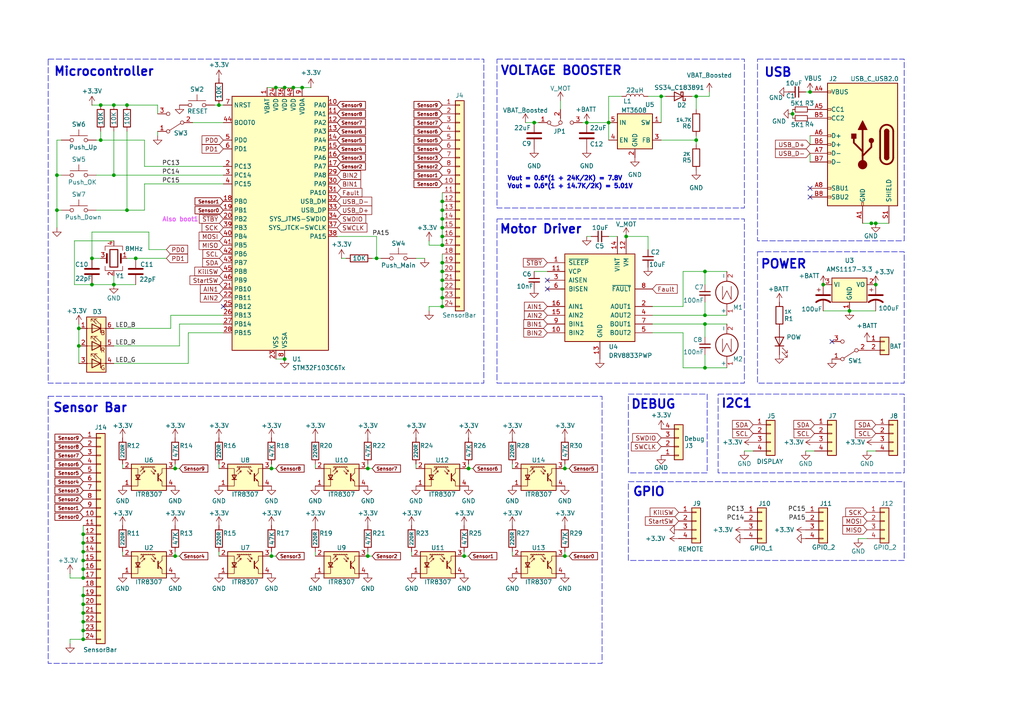
<source format=kicad_sch>
(kicad_sch (version 20231120) (generator "eeschema") (generator_version "8.0")
  (paper "A4")
  (junction (at 128.27 88.9))
  (junction (at 33.02 30.48))
  (junction (at 204.47 93.98))
  (junction (at 109.22 74.93))
  (junction (at 191.77 27.94))
  (junction (at 50.8 161.29))
  (junction (at 163.83 161.29))
  (junction (at 204.47 78.74))
  (junction (at 82.55 104.14))
  (junction (at 22.86 100.33))
  (junction (at 16.51 60.96))
  (junction (at 154.94 35.56))
  (junction (at 170.18 35.56))
  (junction (at 24.13 167.64))
  (junction (at 128.27 83.82))
  (junction (at 24.13 175.26))
  (junction (at 234.95 26.67))
  (junction (at 128.27 66.04))
  (junction (at 128.27 63.5))
  (junction (at 128.27 86.36))
  (junction (at 24.13 162.56))
  (junction (at 24.13 157.48))
  (junction (at 204.47 106.68))
  (junction (at 128.27 71.12))
  (junction (at 128.27 60.96))
  (junction (at 87.63 25.4))
  (junction (at 201.93 40.64))
  (junction (at 16.51 50.8))
  (junction (at 128.27 78.74))
  (junction (at 201.93 27.94))
  (junction (at 24.13 160.02))
  (junction (at 24.13 165.1))
  (junction (at 39.37 74.93))
  (junction (at 135.89 135.89))
  (junction (at 176.53 35.56))
  (junction (at 229.87 33.02))
  (junction (at 163.83 135.89))
  (junction (at 24.13 180.34))
  (junction (at 26.67 82.55))
  (junction (at 106.68 135.89))
  (junction (at 33.02 50.8))
  (junction (at 254 82.55))
  (junction (at 24.13 177.8))
  (junction (at 26.67 74.93))
  (junction (at 24.13 185.42))
  (junction (at 134.62 161.29))
  (junction (at 181.61 68.58))
  (junction (at 29.21 40.64))
  (junction (at 78.74 161.29))
  (junction (at 82.55 25.4))
  (junction (at 85.09 25.4))
  (junction (at 254 64.77))
  (junction (at 252.73 64.77))
  (junction (at 36.83 60.96))
  (junction (at 22.86 95.25))
  (junction (at 128.27 81.28))
  (junction (at 128.27 76.2))
  (junction (at 36.83 30.48))
  (junction (at 246.38 90.17))
  (junction (at 80.01 25.4))
  (junction (at 78.74 135.89))
  (junction (at 106.68 161.29))
  (junction (at 50.8 135.89))
  (junction (at 204.47 91.44))
  (junction (at 128.27 68.58))
  (junction (at 128.27 58.42))
  (junction (at 238.76 82.55))
  (junction (at 24.13 154.94))
  (junction (at 33.02 82.55))
  (junction (at 29.21 30.48))
  (junction (at 24.13 182.88))
  (junction (at 63.5 30.48))
  (junction (at 24.13 172.72))
  (no_connect (at 234.95 57.15))
  (no_connect (at 64.77 88.9))
  (no_connect (at 158.75 83.82))
  (no_connect (at 234.95 54.61))
  (no_connect (at 158.75 81.28))
  (no_connect (at 241.3 99.06))
  (wire (pts (xy 128.27 58.42) (xy 128.27 60.96)))
  (wire (pts (xy 109.22 74.93) (xy 110.49 74.93)))
  (wire (pts (xy 99.06 74.93) (xy 100.33 74.93)))
  (wire (pts (xy 248.92 156.21) (xy 251.46 156.21)))
  (wire (pts (xy 50.8 135.89) (xy 52.07 135.89)))
  (wire (pts (xy 24.13 170.18) (xy 24.13 172.72)))
  (wire (pts (xy 39.37 74.93) (xy 36.83 74.93)))
  (wire (pts (xy 128.27 83.82) (xy 128.27 86.36)))
  (wire (pts (xy 128.27 86.36) (xy 128.27 88.9)))
  (wire (pts (xy 16.51 60.96) (xy 16.51 66.04)))
  (wire (pts (xy 24.13 165.1) (xy 24.13 167.64)))
  (wire (pts (xy 80.01 104.14) (xy 82.55 104.14)))
  (wire (pts (xy 49.53 95.25) (xy 49.53 91.44)))
  (wire (pts (xy 124.46 88.9) (xy 124.46 90.17)))
  (wire (pts (xy 128.27 66.04) (xy 128.27 68.58)))
  (wire (pts (xy 55.88 35.56) (xy 64.77 35.56)))
  (wire (pts (xy 26.67 30.48) (xy 29.21 30.48)))
  (wire (pts (xy 128.27 78.74) (xy 128.27 81.28)))
  (wire (pts (xy 16.51 50.8) (xy 16.51 60.96)))
  (wire (pts (xy 109.22 68.58) (xy 109.22 74.93)))
  (wire (pts (xy 163.83 134.62) (xy 163.83 135.89)))
  (wire (pts (xy 180.34 27.94) (xy 176.53 27.94)))
  (wire (pts (xy 106.68 135.89) (xy 107.95 135.89)))
  (wire (pts (xy 39.37 74.93) (xy 48.26 74.93)))
  (wire (pts (xy 119.38 160.02) (xy 119.38 161.29)))
  (wire (pts (xy 27.94 50.8) (xy 33.02 50.8)))
  (wire (pts (xy 49.53 91.44) (xy 64.77 91.44)))
  (wire (pts (xy 234.95 41.91) (xy 234.95 39.37)))
  (wire (pts (xy 152.4 35.56) (xy 154.94 35.56)))
  (wire (pts (xy 78.74 161.29) (xy 80.01 161.29)))
  (wire (pts (xy 78.74 160.02) (xy 78.74 161.29)))
  (wire (pts (xy 24.13 175.26) (xy 24.13 177.8)))
  (wire (pts (xy 26.67 82.55) (xy 33.02 82.55)))
  (wire (pts (xy 27.94 60.96) (xy 36.83 60.96)))
  (wire (pts (xy 20.32 167.64) (xy 20.32 166.37)))
  (wire (pts (xy 20.32 167.64) (xy 24.13 167.64)))
  (wire (pts (xy 124.46 71.12) (xy 128.27 71.12)))
  (wire (pts (xy 163.83 161.29) (xy 165.1 161.29)))
  (wire (pts (xy 120.65 134.62) (xy 120.65 135.89)))
  (wire (pts (xy 21.59 82.55) (xy 26.67 82.55)))
  (wire (pts (xy 176.53 35.56) (xy 176.53 40.64)))
  (wire (pts (xy 234.95 26.67) (xy 233.68 26.67)))
  (wire (pts (xy 91.44 160.02) (xy 91.44 161.29)))
  (wire (pts (xy 82.55 25.4) (xy 85.09 25.4)))
  (wire (pts (xy 204.47 102.87) (xy 204.47 106.68)))
  (wire (pts (xy 198.12 96.52) (xy 198.12 106.68)))
  (wire (pts (xy 33.02 38.1) (xy 33.02 50.8)))
  (wire (pts (xy 24.13 180.34) (xy 24.13 182.88)))
  (wire (pts (xy 189.23 93.98) (xy 204.47 93.98)))
  (wire (pts (xy 33.02 50.8) (xy 64.77 50.8)))
  (wire (pts (xy 29.21 38.1) (xy 29.21 40.64)))
  (wire (pts (xy 29.21 30.48) (xy 33.02 30.48)))
  (wire (pts (xy 78.74 135.89) (xy 80.01 135.89)))
  (wire (pts (xy 35.56 134.62) (xy 35.56 135.89)))
  (wire (pts (xy 48.26 72.39) (xy 43.18 72.39)))
  (wire (pts (xy 198.12 78.74) (xy 198.12 88.9)))
  (wire (pts (xy 187.96 68.58) (xy 181.61 68.58)))
  (wire (pts (xy 246.38 90.17) (xy 254 90.17)))
  (wire (pts (xy 80.01 25.4) (xy 82.55 25.4)))
  (wire (pts (xy 41.91 40.64) (xy 41.91 48.26)))
  (wire (pts (xy 24.13 172.72) (xy 24.13 175.26)))
  (wire (pts (xy 33.02 95.25) (xy 49.53 95.25)))
  (wire (pts (xy 201.93 27.94) (xy 200.66 27.94)))
  (wire (pts (xy 201.93 27.94) (xy 205.74 27.94)))
  (wire (pts (xy 135.89 135.89) (xy 137.16 135.89)))
  (wire (pts (xy 63.5 30.48) (xy 64.77 30.48)))
  (wire (pts (xy 24.13 157.48) (xy 24.13 160.02)))
  (wire (pts (xy 204.47 87.63) (xy 204.47 91.44)))
  (wire (pts (xy 52.07 100.33) (xy 52.07 93.98)))
  (wire (pts (xy 45.72 30.48) (xy 45.72 33.02)))
  (wire (pts (xy 251.46 130.81) (xy 254 130.81)))
  (wire (pts (xy 54.61 105.41) (xy 54.61 96.52)))
  (wire (pts (xy 97.79 68.58) (xy 109.22 68.58)))
  (wire (pts (xy 78.74 134.62) (xy 78.74 135.89)))
  (wire (pts (xy 210.82 93.98) (xy 204.47 93.98)))
  (wire (pts (xy 41.91 53.34) (xy 64.77 53.34)))
  (wire (pts (xy 162.56 29.21) (xy 162.56 31.75)))
  (wire (pts (xy 233.68 130.81) (xy 236.22 130.81)))
  (wire (pts (xy 91.44 134.62) (xy 91.44 135.89)))
  (wire (pts (xy 204.47 93.98) (xy 204.47 97.79)))
  (wire (pts (xy 33.02 30.48) (xy 36.83 30.48)))
  (wire (pts (xy 201.93 41.91) (xy 201.93 40.64)))
  (wire (pts (xy 205.74 27.94) (xy 205.74 26.67)))
  (wire (pts (xy 33.02 100.33) (xy 52.07 100.33)))
  (wire (pts (xy 24.13 160.02) (xy 24.13 162.56)))
  (wire (pts (xy 191.77 40.64) (xy 201.93 40.64)))
  (wire (pts (xy 50.8 161.29) (xy 52.07 161.29)))
  (wire (pts (xy 170.18 68.58) (xy 171.45 68.58)))
  (wire (pts (xy 204.47 78.74) (xy 204.47 82.55)))
  (wire (pts (xy 62.23 30.48) (xy 63.5 30.48)))
  (wire (pts (xy 43.18 72.39) (xy 43.18 67.31)))
  (wire (pts (xy 128.27 68.58) (xy 128.27 71.12)))
  (wire (pts (xy 24.13 177.8) (xy 24.13 180.34)))
  (wire (pts (xy 26.67 74.93) (xy 26.67 67.31)))
  (wire (pts (xy 198.12 106.68) (xy 204.47 106.68)))
  (wire (pts (xy 29.21 40.64) (xy 41.91 40.64)))
  (wire (pts (xy 128.27 73.66) (xy 128.27 76.2)))
  (wire (pts (xy 77.47 25.4) (xy 80.01 25.4)))
  (wire (pts (xy 189.23 91.44) (xy 204.47 91.44)))
  (wire (pts (xy 128.27 76.2) (xy 128.27 78.74)))
  (wire (pts (xy 154.94 35.56) (xy 156.21 35.56)))
  (wire (pts (xy 22.86 100.33) (xy 22.86 105.41)))
  (wire (pts (xy 16.51 50.8) (xy 17.78 50.8)))
  (wire (pts (xy 26.67 67.31) (xy 43.18 67.31)))
  (wire (pts (xy 128.27 63.5) (xy 128.27 66.04)))
  (wire (pts (xy 154.94 78.74) (xy 158.75 78.74)))
  (wire (pts (xy 176.53 27.94) (xy 176.53 35.56)))
  (wire (pts (xy 26.67 74.93) (xy 29.21 74.93)))
  (wire (pts (xy 135.89 134.62) (xy 135.89 135.89)))
  (wire (pts (xy 50.8 160.02) (xy 50.8 161.29)))
  (wire (pts (xy 170.18 35.56) (xy 176.53 35.56)))
  (wire (pts (xy 189.23 96.52) (xy 198.12 96.52)))
  (wire (pts (xy 20.32 185.42) (xy 24.13 185.42)))
  (wire (pts (xy 35.56 160.02) (xy 35.56 161.29)))
  (wire (pts (xy 90.17 25.4) (xy 87.63 25.4)))
  (wire (pts (xy 106.68 160.02) (xy 106.68 161.29)))
  (wire (pts (xy 16.51 40.64) (xy 17.78 40.64)))
  (wire (pts (xy 24.13 154.94) (xy 24.13 157.48)))
  (wire (pts (xy 20.32 185.42) (xy 20.32 186.69)))
  (wire (pts (xy 41.91 48.26) (xy 64.77 48.26)))
  (wire (pts (xy 198.12 88.9) (xy 189.23 88.9)))
  (wire (pts (xy 36.83 30.48) (xy 45.72 30.48)))
  (wire (pts (xy 85.09 25.4) (xy 87.63 25.4)))
  (wire (pts (xy 128.27 81.28) (xy 128.27 83.82)))
  (wire (pts (xy 229.87 33.02) (xy 229.87 31.75)))
  (wire (pts (xy 229.87 33.02) (xy 229.87 34.29)))
  (wire (pts (xy 134.62 160.02) (xy 134.62 161.29)))
  (wire (pts (xy 124.46 88.9) (xy 128.27 88.9)))
  (wire (pts (xy 148.59 160.02) (xy 148.59 161.29)))
  (wire (pts (xy 33.02 69.85) (xy 21.59 69.85)))
  (wire (pts (xy 215.9 130.81) (xy 218.44 130.81)))
  (wire (pts (xy 63.5 160.02) (xy 63.5 161.29)))
  (wire (pts (xy 128.27 60.96) (xy 128.27 63.5)))
  (wire (pts (xy 191.77 27.94) (xy 187.96 27.94)))
  (wire (pts (xy 36.83 38.1) (xy 36.83 60.96)))
  (wire (pts (xy 52.07 93.98) (xy 64.77 93.98)))
  (wire (pts (xy 106.68 134.62) (xy 106.68 135.89)))
  (wire (pts (xy 33.02 82.55) (xy 33.02 80.01)))
  (wire (pts (xy 128.27 55.88) (xy 128.27 58.42)))
  (wire (pts (xy 21.59 69.85) (xy 21.59 82.55)))
  (wire (pts (xy 16.51 40.64) (xy 16.51 50.8)))
  (wire (pts (xy 22.86 93.98) (xy 22.86 95.25)))
  (wire (pts (xy 204.47 78.74) (xy 210.82 78.74)))
  (wire (pts (xy 134.62 161.29) (xy 135.89 161.29)))
  (wire (pts (xy 63.5 134.62) (xy 63.5 135.89)))
  (wire (pts (xy 41.91 60.96) (xy 41.91 53.34)))
  (wire (pts (xy 238.76 90.17) (xy 246.38 90.17)))
  (wire (pts (xy 187.96 72.39) (xy 187.96 68.58)))
  (wire (pts (xy 191.77 27.94) (xy 191.77 35.56)))
  (wire (pts (xy 124.46 71.12) (xy 124.46 69.85)))
  (wire (pts (xy 191.77 27.94) (xy 193.04 27.94)))
  (wire (pts (xy 198.12 78.74) (xy 204.47 78.74)))
  (wire (pts (xy 24.13 182.88) (xy 24.13 185.42)))
  (wire (pts (xy 109.22 74.93) (xy 107.95 74.93)))
  (wire (pts (xy 16.51 60.96) (xy 17.78 60.96)))
  (wire (pts (xy 252.73 64.77) (xy 254 64.77)))
  (wire (pts (xy 250.19 64.77) (xy 252.73 64.77)))
  (wire (pts (xy 201.93 40.64) (xy 201.93 39.37)))
  (wire (pts (xy 234.95 46.99) (xy 234.95 44.45)))
  (wire (pts (xy 254 64.77) (xy 257.81 64.77)))
  (wire (pts (xy 106.68 161.29) (xy 107.95 161.29)))
  (wire (pts (xy 163.83 160.02) (xy 163.83 161.29)))
  (wire (pts (xy 27.94 40.64) (xy 29.21 40.64)))
  (wire (pts (xy 24.13 152.4) (xy 24.13 154.94)))
  (wire (pts (xy 22.86 95.25) (xy 22.86 100.33)))
  (wire (pts (xy 123.19 74.93) (xy 120.65 74.93)))
  (wire (pts (xy 163.83 135.89) (xy 165.1 135.89)))
  (wire (pts (xy 36.83 60.96) (xy 41.91 60.96)))
  (wire (pts (xy 204.47 91.44) (xy 210.82 91.44)))
  (wire (pts (xy 33.02 82.55) (xy 39.37 82.55)))
  (wire (pts (xy 33.02 105.41) (xy 54.61 105.41)))
  (wire (pts (xy 54.61 96.52) (xy 64.77 96.52)))
  (wire (pts (xy 24.13 162.56) (xy 24.13 165.1)))
  (wire (pts (xy 170.18 35.56) (xy 168.91 35.56)))
  (wire (pts (xy 50.8 134.62) (xy 50.8 135.89)))
  (wire (pts (xy 204.47 106.68) (xy 210.82 106.68)))
  (wire (pts (xy 176.53 68.58) (xy 179.07 68.58)))
  (wire (pts (xy 148.59 134.62) (xy 148.59 135.89)))
  (wire (pts (xy 45.72 39.37) (xy 45.72 38.1)))
  (wire (pts (xy 201.93 31.75) (xy 201.93 27.94)))
  (rectangle (start 182.245 139.7) (end 262.255 162.56) (stroke (width 0) (type dash)))
  (rectangle (start 208.28 114.3) (end 262.255 137.16) (stroke (width 0) (type dash)))
  (rectangle (start 219.71 73.025) (end 262.255 111.125) (stroke (width 0) (type dash)))
  (rectangle (start 144.145 63.5) (end 215.9 111.125) (stroke (width 0) (type dash)))
  (rectangle (start 13.97 114.935) (end 174.625 192.405) (stroke (width 0) (type dash)))
  (rectangle (start 13.97 17.145) (end 140.335 111.125) (stroke (width 0) (type dash)))
  (rectangle (start 144.145 17.145) (end 215.9 60.325) (stroke (width 0) (type dash)))
  (rectangle (start 219.71 17.145) (end 262.255 69.85) (stroke (width 0) (type dash)))
  (rectangle (start 182.245 114.3) (end 205.105 137.16) (stroke (width 0) (type dash)))
  (text "Motor Driver" (at 144.78 68.072 0) (effects (font (size 2.54 2.54) (bold yes)) (justify left bottom)))
  (text "Also boot1" (at 46.99 64.516 0) (effects (font (size 1.27 1.27) (bold yes)) (justify left bottom)))
  (text "Vout = 0.6*(1 + 24K/2K) = 7.8V" (at 147.066 52.578 0) (effects (font (size 1.27 1.27) (thickness 0.4) (bold yes)) (justify left bottom)))
  (text "POWER\n" (at 220.472 78.232 0) (effects (font (size 2.54 2.54) (bold yes)) (justify left bottom)))
  (text "Sensor Bar\n" (at 15.24 119.888 0) (effects (font (size 2.54 2.54) (bold yes)) (justify left bottom)))
  (text "Microcontroller\n" (at 15.494 22.352 0) (effects (font (size 2.54 2.54) (bold yes)) (justify left bottom)))
  (text "I2C1" (at 209.042 118.618 0) (effects (font (size 2.54 2.54) (bold yes)) (justify left bottom)))
  (text "USB\n" (at 221.488 22.606 0) (effects (font (size 2.54 2.54) (bold yes)) (justify left bottom)))
  (text "VOLTAGE BOOSTER\n" (at 145.034 22.098 0) (effects (font (size 2.54 2.54) (bold yes)) (justify left bottom)))
  (text "GPIO\n\n" (at 183.388 148.336 0) (effects (font (size 2.54 2.54) (bold yes)) (justify left bottom)))
  (text "Vout = 0.6*(1 + 14.7K/2K) = 5.01V" (at 147.066 54.864 0) (effects (font (size 1.27 1.27) (thickness 0.4) (bold yes)) (justify left bottom)))
  (text "DEBUG\n" (at 182.88 118.872 0) (effects (font (size 2.54 2.54) (bold yes)) (justify left bottom)))
  (label "LED_R" (at 39.37 100.33 180))
  (label "PC15" (at 46.99 53.34 0))
  (label "LED_G" (at 39.37 105.41 180))
  (label "PC13" (at 215.9 148.59 180))
  (label "PC14" (at 46.99 50.8 0))
  (label "LED_B" (at 39.37 95.25 180))
  (label "PA15" (at 107.95 68.58 0))
  (label "PC15" (at 233.68 148.59 180))
  (label "PC14" (at 215.9 151.13 180))
  (label "PC13" (at 46.99 48.26 0))
  (label "PA15" (at 233.68 151.13 180))
  (global_label "Sensor0" (shape input) (at 165.1 161.29 0) (effects (font (size 1 1) (thickness 0.2) (bold yes))) (property "Intersheetrefs" "${INTERSHEET_REFS}" (effects (hide yes))))
  (global_label "KillSW" (shape input) (at 64.77 78.74 180) (property "Intersheetrefs" "${INTERSHEET_REFS}" (effects (hide yes))))
  (global_label "AIN1" (shape input) (at 158.75 88.9 180) (property "Intersheetrefs" "${INTERSHEET_REFS}" (effects (hide yes))))
  (global_label "BIN1" (shape input) (at 158.75 93.98 180) (property "Intersheetrefs" "${INTERSHEET_REFS}" (effects (hide yes))))
  (global_label "SDA" (shape input) (at 254 123.19 180) (property "Intersheetrefs" "${INTERSHEET_REFS}" (effects (hide yes))))
  (global_label "SWCLK" (shape input) (at 191.77 129.54 180) (property "Intersheetrefs" "${INTERSHEET_REFS}" (effects (hide yes))))
  (global_label "PD1" (shape input) (at 64.77 43.18 180) (property "Intersheetrefs" "${INTERSHEET_REFS}" (effects (hide yes))))
  (global_label "Sensor8" (shape input) (at 24.13 129.54 180) (effects (font (size 1 1) (thickness 0.2) (bold yes))) (property "Intersheetrefs" "${INTERSHEET_REFS}" (effects (hide yes))))
  (global_label "Sensor6" (shape input) (at 128.27 38.1 180) (effects (font (size 1 1) (thickness 0.2) (bold yes))) (property "Intersheetrefs" "${INTERSHEET_REFS}" (effects (hide yes))))
  (global_label "USB_D+" (shape input) (at 97.79 60.96 0) (property "Intersheetrefs" "${INTERSHEET_REFS}" (effects (hide yes))))
  (global_label "SCL" (shape input) (at 254 125.73 180) (property "Intersheetrefs" "${INTERSHEET_REFS}" (effects (hide yes))))
  (global_label "Sensor3" (shape input) (at 97.79 45.72 0) (effects (font (size 1 1) (thickness 0.2) (bold yes))) (property "Intersheetrefs" "${INTERSHEET_REFS}" (effects (hide yes))))
  (global_label "Sensor6" (shape input) (at 97.79 38.1 0) (effects (font (size 1 1) (thickness 0.2) (bold yes))) (property "Intersheetrefs" "${INTERSHEET_REFS}" (effects (hide yes))))
  (global_label "Sensor5" (shape input) (at 24.13 137.16 180) (effects (font (size 1 1) (thickness 0.2) (bold yes))) (property "Intersheetrefs" "${INTERSHEET_REFS}" (effects (hide yes))))
  (global_label "Sensor0" (shape input) (at 24.13 149.86 180) (effects (font (size 1 1) (thickness 0.2) (bold yes))) (property "Intersheetrefs" "${INTERSHEET_REFS}" (effects (hide yes))))
  (global_label "~{STBY}" (shape input) (at 64.77 63.5 180) (property "Intersheetrefs" "${INTERSHEET_REFS}" (effects (hide yes))))
  (global_label "Sensor3" (shape input) (at 128.27 45.72 180) (effects (font (size 1 1) (thickness 0.2) (bold yes))) (property "Intersheetrefs" "${INTERSHEET_REFS}" (effects (hide yes))))
  (global_label "Fault" (shape input) (at 189.23 83.82 0) (property "Intersheetrefs" "${INTERSHEET_REFS}" (effects (hide yes))))
  (global_label "SDA" (shape input) (at 64.77 76.2 180) (property "Intersheetrefs" "${INTERSHEET_REFS}" (effects (hide yes))))
  (global_label "Sensor7" (shape input) (at 97.79 35.56 0) (effects (font (size 1 1) (thickness 0.2) (bold yes))) (property "Intersheetrefs" "${INTERSHEET_REFS}" (effects (hide yes))))
  (global_label "KillSW" (shape input) (at 196.85 148.59 180) (property "Intersheetrefs" "${INTERSHEET_REFS}" (effects (hide yes))))
  (global_label "Sensor1" (shape input) (at 24.13 147.32 180) (effects (font (size 1 1) (thickness 0.2) (bold yes))) (property "Intersheetrefs" "${INTERSHEET_REFS}" (effects (hide yes))))
  (global_label "Sensor3" (shape input) (at 80.01 161.29 0) (effects (font (size 1 1) (thickness 0.2) (bold yes))) (property "Intersheetrefs" "${INTERSHEET_REFS}" (effects (hide yes))))
  (global_label "BIN1" (shape input) (at 97.79 53.34 0) (property "Intersheetrefs" "${INTERSHEET_REFS}" (effects (hide yes))))
  (global_label "Sensor4" (shape input) (at 24.13 139.7 180) (effects (font (size 1 1) (thickness 0.2) (bold yes))) (property "Intersheetrefs" "${INTERSHEET_REFS}" (effects (hide yes))))
  (global_label "MISO" (shape input) (at 251.46 153.67 180) (property "Intersheetrefs" "${INTERSHEET_REFS}" (effects (hide yes))))
  (global_label "SWDIO" (shape input) (at 97.79 63.5 0) (property "Intersheetrefs" "${INTERSHEET_REFS}" (effects (hide yes))))
  (global_label "Sensor6" (shape input) (at 24.13 134.62 180) (effects (font (size 1 1) (thickness 0.2) (bold yes))) (property "Intersheetrefs" "${INTERSHEET_REFS}" (effects (hide yes))))
  (global_label "Sensor4" (shape input) (at 52.07 161.29 0) (effects (font (size 1 1) (thickness 0.2) (bold yes))) (property "Intersheetrefs" "${INTERSHEET_REFS}" (effects (hide yes))))
  (global_label "USB_D-" (shape input) (at 97.79 58.42 0) (property "Intersheetrefs" "${INTERSHEET_REFS}" (effects (hide yes))))
  (global_label "AIN2" (shape input) (at 158.75 91.44 180) (property "Intersheetrefs" "${INTERSHEET_REFS}" (effects (hide yes))))
  (global_label "PD0" (shape input) (at 64.77 40.64 180) (property "Intersheetrefs" "${INTERSHEET_REFS}" (effects (hide yes))))
  (global_label "SDA" (shape input) (at 218.44 123.19 180) (property "Intersheetrefs" "${INTERSHEET_REFS}" (effects (hide yes))))
  (global_label "Sensor3" (shape input) (at 24.13 142.24 180) (effects (font (size 1 1) (thickness 0.2) (bold yes))) (property "Intersheetrefs" "${INTERSHEET_REFS}" (effects (hide yes))))
  (global_label "SWDIO" (shape input) (at 191.77 127 180) (property "Intersheetrefs" "${INTERSHEET_REFS}" (effects (hide yes))))
  (global_label "Sensor6" (shape input) (at 137.16 135.89 0) (effects (font (size 1 1) (thickness 0.2) (bold yes))) (property "Intersheetrefs" "${INTERSHEET_REFS}" (effects (hide yes))))
  (global_label "AIN2" (shape input) (at 64.77 86.36 180) (property "Intersheetrefs" "${INTERSHEET_REFS}" (effects (hide yes))))
  (global_label "AIN1" (shape input) (at 64.77 83.82 180) (property "Intersheetrefs" "${INTERSHEET_REFS}" (effects (hide yes))))
  (global_label "SCL" (shape input) (at 218.44 125.73 180) (property "Intersheetrefs" "${INTERSHEET_REFS}" (effects (hide yes))))
  (global_label "Sensor4" (shape input) (at 97.79 43.18 0) (effects (font (size 1 1) (thickness 0.2) (bold yes))) (property "Intersheetrefs" "${INTERSHEET_REFS}" (effects (hide yes))))
  (global_label "Sensor2" (shape input) (at 97.79 48.26 0) (effects (font (size 1 1) (thickness 0.2) (bold yes))) (property "Intersheetrefs" "${INTERSHEET_REFS}" (effects (hide yes))))
  (global_label "Sensor8" (shape input) (at 97.79 33.02 0) (effects (font (size 1 1) (thickness 0.2) (bold yes))) (property "Intersheetrefs" "${INTERSHEET_REFS}" (effects (hide yes))))
  (global_label "Sensor7" (shape input) (at 107.95 135.89 0) (effects (font (size 1 1) (thickness 0.2) (bold yes))) (property "Intersheetrefs" "${INTERSHEET_REFS}" (effects (hide yes))))
  (global_label "SDA" (shape input) (at 236.22 123.19 180) (property "Intersheetrefs" "${INTERSHEET_REFS}" (effects (hide yes))))
  (global_label "Sensor5" (shape input) (at 165.1 135.89 0) (effects (font (size 1 1) (thickness 0.2) (bold yes))) (property "Intersheetrefs" "${INTERSHEET_REFS}" (effects (hide yes))))
  (global_label "MOSI" (shape input) (at 251.46 151.13 180) (property "Intersheetrefs" "${INTERSHEET_REFS}" (effects (hide yes))))
  (global_label "Sensor0" (shape input) (at 128.27 53.34 180) (effects (font (size 1 1) (thickness 0.2) (bold yes))) (property "Intersheetrefs" "${INTERSHEET_REFS}" (effects (hide yes))))
  (global_label "Sensor4" (shape input) (at 128.27 43.18 180) (effects (font (size 1 1) (thickness 0.2) (bold yes))) (property "Intersheetrefs" "${INTERSHEET_REFS}" (effects (hide yes))))
  (global_label "PD0" (shape input) (at 48.26 72.39 0) (property "Intersheetrefs" "${INTERSHEET_REFS}" (effects (hide yes))))
  (global_label "Sensor9" (shape input) (at 97.79 30.48 0) (effects (font (size 1 1) (thickness 0.2) (bold yes))) (property "Intersheetrefs" "${INTERSHEET_REFS}" (effects (hide yes))))
  (global_label "~{STBY}" (shape input) (at 158.75 76.2 180) (property "Intersheetrefs" "${INTERSHEET_REFS}" (effects (hide yes))))
  (global_label "BIN2" (shape input) (at 158.75 96.52 180) (property "Intersheetrefs" "${INTERSHEET_REFS}" (effects (hide yes))))
  (global_label "Sensor5" (shape input) (at 97.79 40.64 0) (effects (font (size 1 1) (thickness 0.2) (bold yes))) (property "Intersheetrefs" "${INTERSHEET_REFS}" (effects (hide yes))))
  (global_label "Sensor9" (shape input) (at 24.13 127 180) (effects (font (size 1 1) (thickness 0.2) (bold yes))) (property "Intersheetrefs" "${INTERSHEET_REFS}" (effects (hide yes))))
  (global_label "BIN2" (shape input) (at 97.79 50.8 0) (property "Intersheetrefs" "${INTERSHEET_REFS}" (effects (hide yes))))
  (global_label "SCL" (shape input) (at 236.22 125.73 180) (property "Intersheetrefs" "${INTERSHEET_REFS}" (effects (hide yes))))
  (global_label "SCK" (shape input) (at 251.46 148.59 180) (property "Intersheetrefs" "${INTERSHEET_REFS}" (effects (hide yes))))
  (global_label "MOSI" (shape input) (at 64.77 68.58 180) (property "Intersheetrefs" "${INTERSHEET_REFS}" (effects (hide yes))))
  (global_label "Sensor8" (shape input) (at 80.01 135.89 0) (effects (font (size 1 1) (thickness 0.2) (bold yes))) (property "Intersheetrefs" "${INTERSHEET_REFS}" (effects (hide yes))))
  (global_label "MISO" (shape input) (at 64.77 71.12 180) (property "Intersheetrefs" "${INTERSHEET_REFS}" (effects (hide yes))))
  (global_label "Sensor2" (shape input) (at 107.95 161.29 0) (effects (font (size 1 1) (thickness 0.2) (bold yes))) (property "Intersheetrefs" "${INTERSHEET_REFS}" (effects (hide yes))))
  (global_label "Sensor1" (shape input) (at 128.27 50.8 180) (effects (font (size 1 1) (thickness 0.2) (bold yes))) (property "Intersheetrefs" "${INTERSHEET_REFS}" (effects (hide yes))))
  (global_label "StartSW" (shape input) (at 196.85 151.13 180) (property "Intersheetrefs" "${INTERSHEET_REFS}" (effects (hide yes))))
  (global_label "Sensor7" (shape input) (at 128.27 35.56 180) (effects (font (size 1 1) (thickness 0.2) (bold yes))) (property "Intersheetrefs" "${INTERSHEET_REFS}" (effects (hide yes))))
  (global_label "USB_D-" (shape input) (at 234.95 44.45 180) (property "Intersheetrefs" "${INTERSHEET_REFS}" (effects (hide yes))))
  (global_label "Sensor2" (shape input) (at 24.13 144.78 180) (effects (font (size 1 1) (thickness 0.2) (bold yes))) (property "Intersheetrefs" "${INTERSHEET_REFS}" (effects (hide yes))))
  (global_label "SCL" (shape input) (at 64.77 73.66 180) (property "Intersheetrefs" "${INTERSHEET_REFS}" (effects (hide yes))))
  (global_label "Fault" (shape input) (at 97.79 55.88 0) (property "Intersheetrefs" "${INTERSHEET_REFS}" (effects (hide yes))))
  (global_label "Sensor1" (shape input) (at 135.89 161.29 0) (effects (font (size 1 1) (thickness 0.2) (bold yes))) (property "Intersheetrefs" "${INTERSHEET_REFS}" (effects (hide yes))))
  (global_label "PD1" (shape input) (at 48.26 74.93 0) (property "Intersheetrefs" "${INTERSHEET_REFS}" (effects (hide yes))))
  (global_label "Sensor2" (shape input) (at 128.27 48.26 180) (effects (font (size 1 1) (thickness 0.2) (bold yes))) (property "Intersheetrefs" "${INTERSHEET_REFS}" (effects (hide yes))))
  (global_label "Sensor9" (shape input) (at 52.07 135.89 0) (effects (font (size 1 1) (thickness 0.2) (bold yes))) (property "Intersheetrefs" "${INTERSHEET_REFS}" (effects (hide yes))))
  (global_label "SWCLK" (shape input) (at 97.79 66.04 0) (property "Intersheetrefs" "${INTERSHEET_REFS}" (effects (hide yes))))
  (global_label "SCK" (shape input) (at 64.77 66.04 180) (property "Intersheetrefs" "${INTERSHEET_REFS}" (effects (hide yes))))
  (global_label "USB_D+" (shape input) (at 234.95 41.91 180) (property "Intersheetrefs" "${INTERSHEET_REFS}" (effects (hide yes))))
  (global_label "Sensor8" (shape input) (at 128.27 33.02 180) (effects (font (size 1 1) (thickness 0.2) (bold yes))) (property "Intersheetrefs" "${INTERSHEET_REFS}" (effects (hide yes))))
  (global_label "Sensor1" (shape input) (at 64.77 58.42 180) (effects (font (size 1 1) (thickness 0.2) (bold yes))) (property "Intersheetrefs" "${INTERSHEET_REFS}" (effects (hide yes))))
  (global_label "Sensor7" (shape input) (at 24.13 132.08 180) (effects (font (size 1 1) (thickness 0.2) (bold yes))) (property "Intersheetrefs" "${INTERSHEET_REFS}" (effects (hide yes))))
  (global_label "Sensor0" (shape input) (at 64.77 60.96 180) (effects (font (size 1 1) (thickness 0.2) (bold yes))) (property "Intersheetrefs" "${INTERSHEET_REFS}" (effects (hide yes))))
  (global_label "Sensor9" (shape input) (at 128.27 30.48 180) (effects (font (size 1 1) (thickness 0.2) (bold yes))) (property "Intersheetrefs" "${INTERSHEET_REFS}" (effects (hide yes))))
  (global_label "Sensor5" (shape input) (at 128.27 40.64 180) (effects (font (size 1 1) (thickness 0.2) (bold yes))) (property "Intersheetrefs" "${INTERSHEET_REFS}" (effects (hide yes))))
  (global_label "StartSW" (shape input) (at 64.77 81.28 180) (property "Intersheetrefs" "${INTERSHEET_REFS}" (effects (hide yes))))
  (symbol (lib_id "Device:R") (at 50.8 156.21 0) (unit 1)
    (property "Reference" "R13" (at 52.07 154.686 0) (effects (justify left)))
    (property "Value" "47K" (at 50.927 158.115 90) (effects (justify left)))
    (property "Footprint" "Resistor_SMD:R_1206_3216Metric_Pad1.30x1.75mm_HandSolder" (effects (hide yes)))
  )
  (symbol (lib_id "Switch:SW_SPDT") (at 50.8 35.56 180) (unit 1)
    (property "Reference" "SW3" (at 52.451 38.608 0))
    (property "Value" "SW_SPDT" (effects (hide yes)))
  )
  (symbol (lib_id "Device:Crystal_GND24") (at 33.02 74.93 180) (unit 1)
    (property "Reference" "Y1" (at 34.798 80.01 0))
    (property "Value" "8MHz" (at 38.862 72.136 0))
    (property "Description" "Four pin crystal, GND on pins 2 and 4" (effects (hide yes)))
  )
  (symbol (lib_id "power:GND") (at 35.56 140.97 0) (unit 1)
    (property "Reference" "#PWR061" (effects (hide yes)))
    (property "Value" "GND" (at 35.56 145.288 0))
  )
  (symbol (lib_id "power:GND") (at 120.65 140.97 0) (unit 1)
    (property "Reference" "#PWR085" (effects (hide yes)))
    (property "Value" "GND" (at 120.65 145.288 0))
  )
  (symbol (lib_id "power:GND") (at 170.18 68.58 0) (mirror y) (unit 1)
    (property "Reference" "#PWR022" (effects (hide yes)))
    (property "Value" "GND" (effects (hide yes)))
  )
  (symbol (lib_id "Sensor_Proximity:ITR8307") (at 43.18 163.83 0) (unit 1)
    (property "Reference" "U2" (at 43.18 158.877 0))
    (property "Value" "ITR8307" (at 43.18 168.783 0))
    (property "Footprint" "OptoDevice:Everlight_ITR8307" (effects (hide yes)))
    (property "Datasheet" "http://www.everlight.com/file/ProductFile/ITR8307.pdf" (effects (hide yes)))
  )
  (symbol (lib_id "Device:R") (at 29.21 34.29 180) (unit 1)
    (property "Reference" "R7" (effects (hide yes)))
    (property "Value" "10K" (at 29.21 32.385 90) (effects (justify left)))
    (property "Footprint" "Resistor_SMD:R_1206_3216Metric" (effects (hide yes)))
  )
  (symbol (lib_id "Sensor_Proximity:ITR8307") (at 99.06 138.43 0) (unit 1)
    (property "Reference" "U10" (at 99.06 133.477 0))
    (property "Value" "ITR8307" (at 99.06 143.383 0))
    (property "Footprint" "OptoDevice:Everlight_ITR8307" (effects (hide yes)))
    (property "Datasheet" "http://www.everlight.com/file/ProductFile/ITR8307.pdf" (effects (hide yes)))
  )
  (symbol (lib_id "power:GND") (at 163.83 140.97 0) (unit 1)
    (property "Reference" "#PWR099" (effects (hide yes)))
    (property "Value" "GND" (at 163.83 145.288 0))
  )
  (symbol (lib_id "Device:LED") (at 226.06 99.06 90) (unit 1)
    (property "Reference" "D1" (effects (hide yes)))
    (property "Value" "POW" (at 228.092 97.79 90) (effects (justify right)))
  )
  (symbol (lib_id "Sensor_Proximity:ITR8307") (at 156.21 138.43 0) (unit 1)
    (property "Reference" "U14" (at 156.21 133.477 0))
    (property "Value" "ITR8307" (at 156.21 143.383 0))
    (property "Footprint" "OptoDevice:Everlight_ITR8307" (effects (hide yes)))
    (property "Datasheet" "http://www.everlight.com/file/ProductFile/ITR8307.pdf" (effects (hide yes)))
  )
  (symbol (lib_id "power:GND") (at 254 64.77 0) (unit 1)
    (property "Reference" "#PWR018" (effects (hide yes)))
    (property "Value" "GND" (at 250.571 68.453 0) (effects (justify left)))
  )
  (symbol (lib_id "power:GND") (at 248.92 156.21 0) (mirror y) (unit 1)
    (property "Reference" "#PWR039" (effects (hide yes)))
    (property "Value" "GND" (at 248.92 159.893 0))
  )
  (symbol (lib_id "power:GND") (at 106.68 166.37 0) (unit 1)
    (property "Reference" "#PWR079" (effects (hide yes)))
    (property "Value" "GND" (at 106.68 170.688 0))
  )
  (symbol (lib_id "power:GND") (at 154.94 43.18 0) (unit 1)
    (property "Reference" "#PWR07" (effects (hide yes)))
    (property "Value" "GND" (at 154.94 48.133 0))
  )
  (symbol (lib_id "Device:C_Small") (at 204.47 85.09 0) (unit 1) (on_board no)
    (property "Reference" "C7" (at 201.422 83.312 0) (effects (justify left)))
    (property "Value" "100nF" (at 198.12 87.122 0) (effects (justify left)))
    (property "Footprint" "Capacitor_SMD:C_0603_1608Metric" (effects (hide yes)))
  )
  (symbol (lib_id "power:+BATT") (at 205.74 26.67 0) (unit 1)
    (property "Reference" "#PWR031" (effects (hide yes)))
    (property "Value" "VBAT_Boosted" (at 205.74 21.844 0))
  )
  (symbol (lib_id "power:+5V") (at 135.89 127 0) (unit 1)
    (property "Reference" "#PWR088" (effects (hide yes)))
    (property "Value" "+3.3V" (at 135.89 123.444 0))
  )
  (symbol (lib_id "Connector_Generic:Conn_01x04") (at 196.85 129.54 0) (mirror x) (unit 1)
    (property "Reference" "J3" (at 198.628 129.286 0) (effects (justify left)))
    (property "Value" "Debug" (at 198.374 127.254 0) (effects (justify left)))
    (property "Footprint" "Connector_PinHeader_2.54mm:PinHeader_1x04_P2.54mm_Horizontal" (effects (hide yes)))
    (property "Description" "Generic connector, single row, 01x04, script generated (kicad-library-utils/schlib/autogen/connector/)" (effects (hide yes)))
  )
  (symbol (lib_id "Device:R") (at 201.93 35.56 0) (mirror x) (unit 1)
    (property "Reference" "R6" (at 197.866 36.576 0) (effects (justify left)))
    (property "Value" "14.7K" (at 196.088 34.798 0) (effects (font (size 1 1)) (justify left)))
    (property "Footprint" "Resistor_SMD:R_0805_2012Metric_Pad1.20x1.40mm_HandSolder" (effects (hide yes)))
  )
  (symbol (lib_id "power:GND") (at 63.5 166.37 0) (unit 1)
    (property "Reference" "#PWR067" (effects (hide yes)))
    (property "Value" "GND" (at 63.5 170.688 0))
  )
  (symbol (lib_id "Device:R") (at 33.02 34.29 180) (unit 1)
    (property "Reference" "R8" (effects (hide yes)))
    (property "Value" "10K" (at 33.02 32.385 90) (effects (justify left)))
    (property "Footprint" "Resistor_SMD:R_1206_3216Metric" (effects (hide yes)))
  )
  (symbol (lib_id "power:+5V") (at 119.38 152.4 0) (unit 1)
    (property "Reference" "#PWR082" (effects (hide yes)))
    (property "Value" "+3.3V" (at 119.38 148.844 0))
  )
  (symbol (lib_id "power:+5V") (at 106.68 152.4 0) (unit 1)
    (property "Reference" "#PWR078" (effects (hide yes)))
    (property "Value" "+3.3V" (at 106.68 148.844 0))
  )
  (symbol (lib_id "power:+3.3V") (at 254 128.27 90) (unit 1)
    (property "Reference" "#PWR091" (effects (hide yes)))
    (property "Value" "+3.3V" (at 250.952 128.27 90) (effects (justify left)))
    (property "Description" "Power symbol creates a global label with name \"+3.3V\"" (effects (hide yes)))
  )
  (symbol (lib_id "power:+5V") (at 163.83 127 0) (unit 1)
    (property "Reference" "#PWR098" (effects (hide yes)))
    (property "Value" "+3.3V" (at 163.83 123.444 0))
  )
  (symbol (lib_id "Device:R") (at 63.5 26.67 180) (unit 1)
    (property "Reference" "R2" (effects (hide yes)))
    (property "Value" "10K" (at 63.5 24.765 90) (effects (justify left)))
    (property "Footprint" "Resistor_SMD:R_1206_3216Metric" (effects (hide yes)))
  )
  (symbol (lib_id "Connector_Generic:Conn_01x24") (at 133.35 58.42 0) (unit 1)
    (property "Reference" "J4" (at 132.08 27.686 0) (effects (justify left)))
    (property "Value" "SensorBar" (at 128.27 91.44 0) (effects (justify left)))
    (property "Description" "Generic connector, single row, 01x24, script generated (kicad-library-utils/schlib/autogen/connector/)" (effects (hide yes)))
  )
  (symbol (lib_id "Device:R") (at 63.5 130.81 0) (unit 1)
    (property "Reference" "R16" (at 64.643 129.286 0) (effects (justify left)))
    (property "Value" "220R" (at 63.5 132.842 90) (effects (font (size 1 1)) (justify left)))
    (property "Footprint" "Resistor_SMD:R_1206_3216Metric_Pad1.30x1.75mm_HandSolder" (effects (hide yes)))
  )
  (symbol (lib_id "Device:D_Schottky") (at 196.85 27.94 180) (unit 1)
    (property "Reference" "D2" (at 196.342 30.48 0) (effects (justify right)))
    (property "Value" "SS34_C183891" (at 189.738 25.4 0) (effects (justify right)))
  )
  (symbol (lib_id "MCU_ST_STM32F1:STM32F103C6Tx") (at 80.01 66.04 0) (unit 1)
    (property "Reference" "U1" (at 84.7441 104.14 0) (effects (justify left)))
    (property "Value" "STM32F103C6Tx" (at 84.7441 106.68 0) (effects (justify left)))
    (property "Footprint" "Package_QFP:LQFP-48_7x7mm_P0.5mm" (effects (hide yes)))
    (property "Datasheet" "https://www.st.com/resource/en/datasheet/stm32f103c6.pdf" (effects (hide yes)))
    (property "Description" "STMicroelectronics Arm Cortex-M3 MCU, 32KB flash, 10KB RAM, 72 MHz, 2.0-3.6V, 37 GPIO, LQFP48" (effects (hide yes)))
    (pin "32" (alternate "USB_DM"))
    (pin "33" (alternate "USB_DP"))
    (pin "34" (alternate "SYS_JTMS-SWDIO"))
    (pin "37" (alternate "SYS_JTCK-SWCLK"))
  )
  (symbol (lib_id "power:GND") (at 135.89 140.97 0) (unit 1)
    (property "Reference" "#PWR089" (effects (hide yes)))
    (property "Value" "GND" (at 135.89 145.288 0))
  )
  (symbol (lib_id "Connector_Generic:Conn_01x02") (at 256.54 99.06 0) (unit 1)
    (property "Reference" "J1" (effects (hide yes)))
    (property "Value" "BAT" (at 257.937 100.457 0) (effects (justify left)))
    (property "Footprint" "Connector_PinHeader_2.54mm:PinHeader_1x02_P2.54mm_Vertical" (effects (hide yes)))
  )
  (symbol (lib_id "Connector_Generic:Conn_01x04") (at 238.76 151.13 0) (unit 1)
    (property "Reference" "J11" (at 237.744 146.05 0) (effects (justify left)))
    (property "Value" "GPIO_2" (at 235.458 158.75 0) (effects (justify left)))
    (property "Footprint" "Connector_PinHeader_2.54mm:PinHeader_1x04_P2.54mm_Vertical" (effects (hide yes)))
    (property "Description" "Generic connector, single row, 01x04, script generated (kicad-library-utils/schlib/autogen/connector/)" (effects (hide yes)))
  )
  (symbol (lib_id "Device:R") (at 35.56 156.21 0) (unit 1)
    (property "Reference" "R11" (at 36.703 154.686 0) (effects (justify left)))
    (property "Value" "220R" (at 35.56 158.242 90) (effects (font (size 1 1)) (justify left)))
    (property "Footprint" "Resistor_SMD:R_1206_3216Metric_Pad1.30x1.75mm_HandSolder" (effects (hide yes)))
  )
  (symbol (lib_id "power:GND") (at 50.8 140.97 0) (unit 1)
    (property "Reference" "#PWR065" (effects (hide yes)))
    (property "Value" "GND" (at 50.8 145.288 0))
  )
  (symbol (lib_id "power:+5V") (at 148.59 127 0) (unit 1)
    (property "Reference" "#PWR094" (effects (hide yes)))
    (property "Value" "+3.3V" (at 148.59 123.444 0))
  )
  (symbol (lib_id "power:GND") (at 33.02 82.55 0) (unit 1)
    (property "Reference" "#PWR051" (effects (hide yes)))
    (property "Value" "GND" (at 33.02 86.487 0))
  )
  (symbol (lib_id "power:GND") (at 134.62 166.37 0) (unit 1)
    (property "Reference" "#PWR087" (effects (hide yes)))
    (property "Value" "GND" (at 134.62 170.688 0))
  )
  (symbol (lib_id "power:GND") (at 154.94 83.82 0) (mirror y) (unit 1)
    (property "Reference" "#PWR024" (effects (hide yes)))
    (property "Value" "GND" (effects (hide yes)))
  )
  (symbol (lib_id "power:+3.3V") (at 26.67 30.48 0) (unit 1)
    (property "Reference" "#PWR034" (effects (hide yes)))
    (property "Value" "+3.3V" (at 26.67 26.416 0))
    (property "Description" "Power symbol creates a global label with name \"+3.3V\"" (effects (hide yes)))
  )
  (symbol (lib_id "Device:C") (at 170.18 39.37 0) (unit 1)
    (property "Reference" "C12" (at 171.069 41.783 0) (effects (justify left)))
    (property "Value" "22uF" (at 171.069 37.084 0) (effects (justify left)))
  )
  (symbol (lib_id "Device:C_Small") (at 204.47 100.33 0) (mirror y) (unit 1) (on_board no)
    (property "Reference" "C8" (at 203.708 98.552 0) (effects (justify left)))
    (property "Value" "100nF" (at 204.216 102.108 0) (effects (justify left)))
    (property "Footprint" "Capacitor_SMD:C_0603_1608Metric" (effects (hide yes)))
  )
  (symbol (lib_id "power:+5V") (at 78.74 127 0) (unit 1)
    (property "Reference" "#PWR072" (effects (hide yes)))
    (property "Value" "+3.3V" (at 78.74 123.444 0))
  )
  (symbol (lib_id "Connector_Generic:Conn_01x04") (at 201.93 151.13 0) (unit 1)
    (property "Reference" "J9" (at 200.914 146.05 0) (effects (justify left)))
    (property "Value" "REMOTE" (at 196.596 159.258 0) (effects (justify left)))
    (property "Footprint" "Connector_PinHeader_2.54mm:PinHeader_1x04_P2.54mm_Vertical" (effects (hide yes)))
    (property "Description" "Generic connector, single row, 01x04, script generated (kicad-library-utils/schlib/autogen/connector/)" (effects (hide yes)))
  )
  (symbol (lib_id "Device:R") (at 120.65 130.81 0) (unit 1)
    (property "Reference" "R24" (at 121.793 129.286 0) (effects (justify left)))
    (property "Value" "220R" (at 120.65 132.842 90) (effects (font (size 1 1)) (justify left)))
    (property "Footprint" "Resistor_SMD:R_1206_3216Metric_Pad1.30x1.75mm_HandSolder" (effects (hide yes)))
  )
  (symbol (lib_id "power:GND") (at 82.55 104.14 0) (mirror y) (unit 1)
    (property "Reference" "#PWR01" (effects (hide yes)))
    (property "Value" "GND" (effects (hide yes)))
  )
  (symbol (lib_id "power:GND") (at 78.74 140.97 0) (unit 1)
    (property "Reference" "#PWR073" (effects (hide yes)))
    (property "Value" "GND" (at 78.74 145.288 0))
  )
  (symbol (lib_id "power:+3.3V") (at 191.77 124.46 0) (unit 1)
    (property "Reference" "#PWR019" (effects (hide yes)))
    (property "Value" "+3.3V" (at 191.77 120.396 0))
    (property "Description" "Power symbol creates a global label with name \"+3.3V\"" (effects (hide yes)))
  )
  (symbol (lib_id "Device:R") (at 163.83 130.81 0) (unit 1)
    (property "Reference" "R30" (at 165.1 129.286 0) (effects (justify left)))
    (property "Value" "47K" (at 163.957 132.715 90) (effects (justify left)))
    (property "Footprint" "Resistor_SMD:R_1206_3216Metric_Pad1.30x1.75mm_HandSolder" (effects (hide yes)))
  )
  (symbol (lib_id "power:GND") (at 106.68 140.97 0) (unit 1)
    (property "Reference" "#PWR081" (effects (hide yes)))
    (property "Value" "GND" (at 106.68 145.288 0))
  )
  (symbol (lib_id "power:GND") (at 119.38 166.37 0) (unit 1)
    (property "Reference" "#PWR083" (effects (hide yes)))
    (property "Value" "GND" (at 119.38 170.688 0))
  )
  (symbol (lib_id "power:+3.3V") (at 215.9 153.67 90) (unit 1)
    (property "Reference" "#PWR048" (effects (hide yes)))
    (property "Value" "+3.3V" (at 212.598 153.67 90) (effects (justify left)))
    (property "Description" "Power symbol creates a global label with name \"+3.3V\"" (effects (hide yes)))
  )
  (symbol (lib_id "Sensor_Proximity:ITR8307") (at 127 163.83 0) (unit 1)
    (property "Reference" "U11" (at 127 158.877 0))
    (property "Value" "ITR8307" (at 127 168.783 0))
    (property "Footprint" "OptoDevice:Everlight_ITR8307" (effects (hide yes)))
    (property "Datasheet" "http://www.everlight.com/file/ProductFile/ITR8307.pdf" (effects (hide yes)))
  )
  (symbol (lib_id "Jumper:Jumper_3_Bridged12") (at 162.56 35.56 0) (mirror x) (unit 1)
    (property "Reference" "JP1" (at 162.306 38.1 0))
    (property "Value" "Jumper_3_Bridged12" (effects (hide yes)))
  )
  (symbol (lib_id "power:+BATT") (at 152.4 35.56 0) (unit 1)
    (property "Reference" "#PWR032" (effects (hide yes)))
    (property "Value" "VBAT_Boosted" (at 152.4 32.004 0))
  )
  (symbol (lib_id "Connector_Generic:Conn_01x04") (at 256.54 151.13 0) (unit 1)
    (property "Reference" "J12" (at 255.524 146.05 0) (effects (justify left)))
    (property "Value" "GPIO_2" (at 253.238 158.75 0) (effects (justify left)))
    (property "Footprint" "Connector_PinHeader_2.54mm:PinHeader_1x04_P2.54mm_Vertical" (effects (hide yes)))
    (property "Description" "Generic connector, single row, 01x04, script generated (kicad-library-utils/schlib/autogen/connector/)" (effects (hide yes)))
  )
  (symbol (lib_id "power:+5V") (at 163.83 152.4 0) (unit 1)
    (property "Reference" "#PWR096" (effects (hide yes)))
    (property "Value" "+3.3V" (at 163.83 148.844 0))
  )
  (symbol (lib_id "Device:R") (at 63.5 156.21 0) (unit 1)
    (property "Reference" "R15" (at 64.643 154.686 0) (effects (justify left)))
    (property "Value" "220R" (at 63.5 158.242 90) (effects (font (size 1 1)) (justify left)))
    (property "Footprint" "Resistor_SMD:R_1206_3216Metric_Pad1.30x1.75mm_HandSolder" (effects (hide yes)))
  )
  (symbol (lib_id "Device:R") (at 104.14 74.93 270) (unit 1)
    (property "Reference" "R10" (effects (hide yes)))
    (property "Value" "10K" (at 102.235 74.93 90) (effects (justify left)))
    (property "Footprint" "Resistor_SMD:R_1206_3216Metric" (effects (hide yes)))
  )
  (symbol (lib_id "Device:R_Small") (at 232.41 34.29 270) (unit 1)
    (property "Reference" "R4" (at 233.426 36.068 90) (effects (justify left)))
    (property "Value" "5K1" (at 229.362 36.195 90) (effects (justify left)))
    (property "Footprint" "Resistor_SMD:R_0603_1608Metric" (effects (hide yes)))
  )
  (symbol (lib_id "Device:C_Small") (at 187.96 74.93 0) (unit 1)
    (property "Reference" "C2" (at 188.722 73.152 0) (effects (justify left)))
    (property "Value" "10uF" (at 188.214 76.708 0) (effects (justify left)))
    (property "Footprint" "Capacitor_SMD:C_0603_1608Metric" (effects (hide yes)))
  )
  (symbol (lib_id "power:+3.3V") (at 20.32 166.37 0) (unit 1)
    (property "Reference" "#PWR055" (effects (hide yes)))
    (property "Value" "+3.3V" (at 16.764 162.56 0) (effects (justify left)))
    (property "Description" "Power symbol creates a global label with name \"+3.3V\"" (effects (hide yes)))
  )
  (symbol (lib_id "power:+3.3V") (at 236.22 128.27 90) (unit 1)
    (property "Reference" "#PWR044" (effects (hide yes)))
    (property "Value" "+3.3V" (at 233.172 128.27 90) (effects (justify left)))
    (property "Description" "Power symbol creates a global label with name \"+3.3V\"" (effects (hide yes)))
  )
  (symbol (lib_id "power:GND") (at 246.38 90.17 0) (mirror y) (unit 1)
    (property "Reference" "#PWR010" (effects (hide yes)))
    (property "Value" "GND" (effects (hide yes)))
  )
  (symbol (lib_id "Sensor_Proximity:ITR8307") (at 128.27 138.43 0) (unit 1)
    (property "Reference" "U12" (at 128.27 133.477 0))
    (property "Value" "ITR8307" (at 128.27 143.383 0))
    (property "Footprint" "OptoDevice:Everlight_ITR8307" (effects (hide yes)))
    (property "Datasheet" "http://www.everlight.com/file/ProductFile/ITR8307.pdf" (effects (hide yes)))
  )
  (symbol (lib_id "power:GND") (at 163.83 166.37 0) (unit 1)
    (property "Reference" "#PWR097" (effects (hide yes)))
    (property "Value" "GND" (at 163.83 170.688 0))
  )
  (symbol (lib_id "power:+5V") (at 50.8 152.4 0) (unit 1)
    (property "Reference" "#PWR062" (effects (hide yes)))
    (property "Value" "+3.3V" (at 50.8 148.844 0))
  )
  (symbol (lib_id "power:GND") (at 148.59 140.97 0) (unit 1)
    (property "Reference" "#PWR095" (effects (hide yes)))
    (property "Value" "GND" (at 148.59 145.288 0))
  )
  (symbol (lib_id "power:+3.3V") (at 22.86 93.98 0) (unit 1)
    (property "Reference" "#PWR050" (effects (hide yes)))
    (property "Value" "+3.3V" (at 19.304 90.17 0) (effects (justify left)))
    (property "Description" "Power symbol creates a global label with name \"+3.3V\"" (effects (hide yes)))
  )
  (symbol (lib_id "power:VBUS") (at 234.95 26.67 0) (unit 1)
    (property "Reference" "#PWR017" (effects (hide yes)))
    (property "Value" "VBUS" (at 235.839 22.733 0))
  )
  (symbol (lib_id "power:+5V") (at 91.44 127 0) (unit 1)
    (property "Reference" "#PWR076" (effects (hide yes)))
    (property "Value" "+3.3V" (at 91.44 123.444 0))
  )
  (symbol (lib_id "Regulator_Linear:AMS1117-3.3") (at 246.38 82.55 0) (unit 1)
    (property "Reference" "U3" (at 246.38 75.565 0))
    (property "Value" "AMS1117-3.3" (at 246.38 78.105 0))
    (property "Footprint" "Package_TO_SOT_SMD:SOT-223-3_TabPin2" (effects (hide yes)))
    (property "Datasheet" "http://www.advanced-monolithic.com/pdf/ds1117.pdf" (effects (hide yes)))
  )
  (symbol (lib_id "Sensor_Proximity:ITR8307") (at 156.21 163.83 0) (unit 1)
    (property "Reference" "U13" (at 156.21 158.877 0))
    (property "Value" "ITR8307" (at 156.21 168.783 0))
    (property "Footprint" "OptoDevice:Everlight_ITR8307" (effects (hide yes)))
    (property "Datasheet" "http://www.everlight.com/file/ProductFile/ITR8307.pdf" (effects (hide yes)))
  )
  (symbol (lib_id "Motor:Motor_DC") (at 210.82 101.6 0) (mirror x) (unit 1)
    (property "Reference" "M2" (at 212.598 104.14 0) (effects (justify left)))
    (property "Value" "Motor_DC" (effects (hide yes)))
    (property "Footprint" "Connector_PinHeader_2.54mm:PinHeader_1x02_P2.54mm_Vertical" (effects (hide yes)))
    (property "Description" "DC Motor" (effects (hide yes)))
  )
  (symbol (lib_id "power:GND") (at 123.19 74.93 0) (mirror y) (unit 1)
    (property "Reference" "#PWR036" (effects (hide yes)))
    (property "Value" "GND" (effects (hide yes)))
  )
  (symbol (lib_id "power:GND") (at 124.46 90.17 0) (mirror y) (unit 1)
    (property "Reference" "#PWR028" (effects (hide yes)))
    (property "Value" "GND" (effects (hide yes)))
  )
  (symbol (lib_id "power:+5V") (at 134.62 152.4 0) (unit 1)
    (property "Reference" "#PWR086" (effects (hide yes)))
    (property "Value" "+3.3V" (at 134.62 148.844 0))
  )
  (symbol (lib_id "power:+5V") (at 120.65 127 0) (unit 1)
    (property "Reference" "#PWR084" (effects (hide yes)))
    (property "Value" "+3.3V" (at 120.65 123.444 0))
  )
  (symbol (lib_id "Switch:SW_SPDT") (at 246.38 101.6 180) (unit 1)
    (property "Reference" "SW1" (at 248.031 104.648 0))
    (property "Value" "SW_SPDT" (effects (hide yes)))
  )
  (symbol (lib_id "power:GND") (at 63.5 140.97 0) (unit 1)
    (property "Reference" "#PWR069" (effects (hide yes)))
    (property "Value" "GND" (at 63.5 145.288 0))
  )
  (symbol (lib_id "Device:R") (at 134.62 156.21 0) (unit 1)
    (property "Reference" "R25" (at 135.89 154.686 0) (effects (justify left)))
    (property "Value" "47K" (at 134.747 158.115 90) (effects (justify left)))
    (property "Footprint" "Resistor_SMD:R_1206_3216Metric_Pad1.30x1.75mm_HandSolder" (effects (hide yes)))
  )
  (symbol (lib_id "power:GND") (at 173.99 104.14 0) (mirror y) (unit 1)
    (property "Reference" "#PWR026" (effects (hide yes)))
    (property "Value" "GND" (effects (hide yes)))
  )
  (symbol (lib_id "Switch:SW_Push") (at 22.86 60.96 0) (unit 1)
    (property "Reference" "SW7" (at 22.86 56.388 0))
    (property "Value" "Push_Down" (at 24.13 62.992 0))
    (property "Description" "Push button switch, generic, two pins" (effects (hide yes)))
  )
  (symbol (lib_id "power:+BATT") (at 170.18 35.56 0) (unit 1)
    (property "Reference" "#PWR020" (effects (hide yes)))
    (property "Value" "+BATT" (at 169.926 31.75 0))
  )
  (symbol (lib_id "Device:C_Polarized_US") (at 254 86.36 0) (unit 1)
    (property "Reference" "C4" (effects (hide yes)))
    (property "Value" "100uF" (at 257.81 89.408 0))
    (property "Footprint" "Capacitor_SMD:C_1210_3225Metric_Pad1.33x2.70mm_HandSolder" (effects (hide yes)))
  )
  (symbol (lib_id "Device:R") (at 91.44 156.21 0) (unit 1)
    (property "Reference" "R19" (at 92.583 154.686 0) (effects (justify left)))
    (property "Value" "220R" (at 91.44 158.242 90) (effects (font (size 1 1)) (justify left)))
    (property "Footprint" "Resistor_SMD:R_1206_3216Metric_Pad1.30x1.75mm_HandSolder" (effects (hide yes)))
  )
  (symbol (lib_id "Driver_Motor:DRV8833PWP") (at 173.99 86.36 0) (unit 1)
    (property "Reference" "U4" (at 176.53 100.584 0) (effects (justify left)))
    (property "Value" "DRV8833PWP" (at 176.53 103.124 0) (effects (justify left)))
    (property "Footprint" "Package_SO:HTSSOP-16-1EP_4.4x5mm_P0.65mm_EP3.4x5mm_Mask2.46x2.31mm_ThermalVias" (effects (hide yes)))
    (property "Datasheet" "https://www.ti.com/lit/ds/symlink/drv8833.pdf?ts=1719486193425&ref_url=https%253A%252F%252Fwww.google.com%252F" (effects (hide yes)))
    (property "Description" "Dual H-Bridge Motor Driver, HTSSOP-16" (effects (hide yes)))
  )
  (symbol (lib_id "Device:R") (at 226.06 91.44 180) (unit 1)
    (property "Reference" "R1" (at 230.124 92.456 0) (effects (justify left)))
    (property "Value" "1K" (at 229.616 90.424 0) (effects (font (size 1 1)) (justify left)))
    (property "Footprint" "Resistor_SMD:R_1206_3216Metric" (effects (hide yes)))
  )
  (symbol (lib_id "Device:R") (at 119.38 156.21 0) (unit 1)
    (property "Reference" "R23" (at 120.523 154.686 0) (effects (justify left)))
    (property "Value" "220R" (at 119.38 158.242 90) (effects (font (size 1 1)) (justify left)))
    (property "Footprint" "Resistor_SMD:R_1206_3216Metric_Pad1.30x1.75mm_HandSolder" (effects (hide yes)))
  )
  (symbol (lib_id "Device:R") (at 163.83 156.21 0) (unit 1)
    (property "Reference" "R29" (at 165.1 154.686 0) (effects (justify left)))
    (property "Value" "47K" (at 163.957 158.115 90) (effects (justify left)))
    (property "Footprint" "Resistor_SMD:R_1206_3216Metric_Pad1.30x1.75mm_HandSolder" (effects (hide yes)))
  )
  (symbol (lib_id "Device:L") (at 184.15 27.94 90) (unit 1)
    (property "Reference" "L1" (at 181.991 29.337 90))
    (property "Value" "22uH" (at 184.15 26.162 90))
    (property "Footprint" "Inductor_SMD:L_7.3x7.3_H4.5" (effects (hide yes)))
  )
  (symbol (lib_id "Switch:SW_Push") (at 22.86 40.64 0) (unit 1)
    (property "Reference" "SW6" (at 22.86 36.068 0))
    (property "Value" "Push_Up" (at 24.13 42.672 0))
    (property "Description" "Push button switch, generic, two pins" (effects (hide yes)))
  )
  (symbol (lib_id "power:+5V") (at 78.74 152.4 0) (unit 1)
    (property "Reference" "#PWR070" (effects (hide yes)))
    (property "Value" "+3.3V" (at 78.74 148.844 0))
  )
  (symbol (lib_id "power:+3.3V") (at 196.85 156.21 90) (unit 1)
    (property "Reference" "#PWR011" (effects (hide yes)))
    (property "Value" "+3.3V" (at 193.04 156.2099 90) (effects (justify left)))
    (property "Description" "Power symbol creates a global label with name \"+3.3V\"" (effects (hide yes)))
  )
  (symbol (lib_id "Regulator_Switching:MT3608") (at 184.15 38.1 0) (unit 1)
    (property "Reference" "U5" (at 188.468 30.353 0))
    (property "Value" "MT3608" (at 183.896 32.004 0))
    (property "Footprint" "Package_TO_SOT_SMD:SOT-23-6" (effects (hide yes)))
    (property "Datasheet" "https://www.olimex.com/Products/Breadboarding/BB-PWR-3608/resources/MT3608.pdf" (effects (hide yes)))
  )
  (symbol (lib_id "power:GND") (at 148.59 166.37 0) (unit 1)
    (property "Reference" "#PWR093" (effects (hide yes)))
    (property "Value" "GND" (at 148.59 170.688 0))
  )
  (symbol (lib_id "power:+3.3V") (at 90.17 25.4 0) (unit 1)
    (property "Reference" "#PWR025" (effects (hide yes)))
    (property "Value" "+3.3V" (at 90.17 21.082 0))
    (property "Description" "Power symbol creates a global label with name \"+3.3V\"" (effects (hide yes)))
  )
  (symbol (lib_id "Sensor_Proximity:ITR8307") (at 99.06 163.83 0) (unit 1)
    (property "Reference" "U9" (at 99.06 158.877 0))
    (property "Value" "ITR8307" (at 99.06 168.783 0))
    (property "Footprint" "OptoDevice:Everlight_ITR8307" (effects (hide yes)))
    (property "Datasheet" "http://www.everlight.com/file/ProductFile/ITR8307.pdf" (effects (hide yes)))
  )
  (symbol (lib_id "power:GND") (at 184.15 45.72 0) (unit 1)
    (property "Reference" "#PWR030" (effects (hide yes)))
    (property "Value" "GND" (at 184.15 50.673 0))
  )
  (symbol (lib_id "power:+3.3V") (at 233.68 153.67 90) (mirror x) (unit 1)
    (property "Reference" "#PWR049" (effects (hide yes)))
    (property "Value" "+3.3V" (at 230.378 153.67 90) (effects (justify left)))
    (property "Description" "Power symbol creates a global label with name \"+3.3V\"" (effects (hide yes)))
  )
  (symbol (lib_id "power:+5V") (at 35.56 127 0) (unit 1)
    (property "Reference" "#PWR060" (effects (hide yes)))
    (property "Value" "+3.3V" (at 35.56 123.444 0))
  )
  (symbol (lib_id "power:+BATT") (at 238.76 82.55 0) (unit 1)
    (property "Reference" "#PWR09" (effects (hide yes)))
    (property "Value" "+BATT" (at 234.696 80.01 0))
  )
  (symbol (lib_id "Device:R") (at 201.93 45.72 0) (mirror x) (unit 1)
    (property "Reference" "R5" (at 197.866 46.482 0) (effects (justify left)))
    (property "Value" "2K" (at 198.12 44.704 0) (effects (font (size 1 1)) (justify left)))
    (property "Footprint" "Resistor_SMD:R_0805_2012Metric_Pad1.20x1.40mm_HandSolder" (effects (hide yes)))
  )
  (symbol (lib_id "power:GND") (at 91.44 140.97 0) (unit 1)
    (property "Reference" "#PWR077" (effects (hide yes)))
    (property "Value" "GND" (at 91.44 145.288 0))
  )
  (symbol (lib_id "power:GND") (at 228.6 26.67 270) (unit 1)
    (property "Reference" "#PWR015" (effects (hide yes)))
    (property "Value" "GND" (at 223.012 28.321 90) (effects (justify left)))
  )
  (symbol (lib_id "power:GND") (at 78.74 166.37 0) (unit 1)
    (property "Reference" "#PWR071" (effects (hide yes)))
    (property "Value" "GND" (at 78.74 170.688 0))
  )
  (symbol (lib_id "Connector_Generic:Conn_01x04") (at 223.52 125.73 0) (unit 1)
    (property "Reference" "J5" (at 222.504 120.65 0) (effects (justify left)))
    (property "Value" "DISPLAY" (at 219.456 133.858 0) (effects (justify left)))
    (property "Footprint" "Connector_PinHeader_2.54mm:PinHeader_1x04_P2.54mm_Vertical" (effects (hide yes)))
    (property "Description" "Generic connector, single row, 01x04, script generated (kicad-library-utils/schlib/autogen/connector/)" (effects (hide yes)))
  )
  (symbol (lib_id "Motor:Motor_DC") (at 210.82 86.36 0) (mirror x) (unit 1)
    (property "Reference" "M1" (at 212.598 89.154 0) (effects (justify left)))
    (property "Value" "Motor_DC" (effects (hide yes)))
    (property "Footprint" "Connector_PinHeader_2.54mm:PinHeader_1x02_P2.54mm_Vertical" (effects (hide yes)))
    (property "Description" "DC Motor" (effects (hide yes)))
  )
  (symbol (lib_id "Device:R") (at 106.68 130.81 0) (unit 1)
    (property "Reference" "R22" (at 107.95 129.286 0) (effects (justify left)))
    (property "Value" "47K" (at 106.807 132.715 90) (effects (justify left)))
    (property "Footprint" "Resistor_SMD:R_1206_3216Metric_Pad1.30x1.75mm_HandSolder" (effects (hide yes)))
  )
  (symbol (lib_id "power:GND") (at 226.06 102.87 0) (mirror y) (unit 1)
    (property "Reference" "#PWR014" (effects (hide yes)))
    (property "Value" "GND" (effects (hide yes)))
  )
  (symbol (lib_id "power:+3.3V") (at 254 82.55 0) (unit 1)
    (property "Reference" "#PWR012" (effects (hide yes)))
    (property "Value" "+3.3V" (at 256.413 78.867 0))
  )
  (symbol (lib_id "power:GND") (at 50.8 166.37 0) (unit 1)
    (property "Reference" "#PWR063" (effects (hide yes)))
    (property "Value" "GND" (at 50.8 170.688 0))
  )
  (symbol (lib_id "power:GND") (at 170.18 43.18 0) (unit 1)
    (property "Reference" "#PWR029" (effects (hide yes)))
    (property "Value" "GND" (at 170.18 48.133 0))
  )
  (symbol (lib_id "power:GND") (at 201.93 49.53 0) (unit 1)
    (property "Reference" "#PWR057" (effects (hide yes)))
    (property "Value" "GND" (at 201.93 54.483 0))
  )
  (symbol (lib_id "power:GND") (at 233.68 156.21 270) (unit 1)
    (property "Reference" "#PWR040" (effects (hide yes)))
    (property "Value" "GND" (effects (hide yes)))
  )
  (symbol (lib_id "power:GND") (at 251.46 130.81 0) (mirror y) (unit 1)
    (property "Reference" "#PWR090" (effects (hide yes)))
    (property "Value" "GND" (at 251.46 134.493 0))
  )
  (symbol (lib_id "power:+5V") (at 35.56 152.4 0) (unit 1)
    (property "Reference" "#PWR058" (effects (hide yes)))
    (property "Value" "+3.3V" (at 35.56 148.844 0))
  )
  (symbol (lib_id "power:GND") (at 45.72 39.37 0) (mirror y) (unit 1)
    (property "Reference" "#PWR038" (effects (hide yes)))
    (property "Value" "GND" (effects (hide yes)))
  )
  (symbol (lib_id "Device:C") (at 39.37 78.74 0) (mirror x) (unit 1)
    (property "Reference" "C11" (at 40.64 76.708 0) (effects (justify left)))
    (property "Value" "22pF" (at 40.386 81.026 0) (effects (justify left)))
  )
  (symbol (lib_id "Device:R") (at 106.68 156.21 0) (unit 1)
    (property "Reference" "R21" (at 107.95 154.686 0) (effects (justify left)))
    (property "Value" "47K" (at 106.807 158.115 90) (effects (justify left)))
    (property "Footprint" "Resistor_SMD:R_1206_3216Metric_Pad1.30x1.75mm_HandSolder" (effects (hide yes)))
  )
  (symbol (lib_id "power:+3.3V") (at 99.06 74.93 0) (unit 1)
    (property "Reference" "#PWR037" (effects (hide yes)))
    (property "Value" "+3.3V" (at 99.06 70.866 0))
    (property "Description" "Power symbol creates a global label with name \"+3.3V\"" (effects (hide yes)))
  )
  (symbol (lib_id "power:+BATT") (at 226.06 87.63 0) (unit 1)
    (property "Reference" "#PWR013" (effects (hide yes)))
    (property "Value" "+BATT" (at 225.806 83.82 0))
  )
  (symbol (lib_id "Device:R_Small") (at 232.41 31.75 270) (unit 1)
    (property "Reference" "R3" (at 233.426 29.972 90) (effects (justify left)))
    (property "Value" "5K1" (at 229.235 29.972 90) (effects (justify left)))
    (property "Footprint" "Resistor_SMD:R_0603_1608Metric" (effects (hide yes)))
  )
  (symbol (lib_id "Device:R") (at 78.74 130.81 0) (unit 1)
    (property "Reference" "R18" (at 80.01 129.286 0) (effects (justify left)))
    (property "Value" "47K" (at 78.867 132.715 90) (effects (justify left)))
    (property "Footprint" "Resistor_SMD:R_1206_3216Metric_Pad1.30x1.75mm_HandSolder" (effects (hide yes)))
  )
  (symbol (lib_id "Switch:SW_Push") (at 22.86 50.8 0) (unit 1)
    (property "Reference" "SW5" (at 22.86 46.228 0))
    (property "Value" "Push_OK" (at 23.876 52.832 0))
    (property "Description" "Push button switch, generic, two pins" (effects (hide yes)))
  )
  (symbol (lib_id "power:+5V") (at 63.5 127 0) (unit 1)
    (property "Reference" "#PWR068" (effects (hide yes)))
    (property "Value" "+3.3V" (at 63.5 123.444 0))
  )
  (symbol (lib_id "power:GND") (at 241.3 104.14 0) (mirror y) (unit 1)
    (property "Reference" "#PWR03" (effects (hide yes)))
    (property "Value" "GND" (effects (hide yes)))
  )
  (symbol (lib_id "Device:C_Small") (at 173.99 68.58 90) (unit 1)
    (property "Reference" "C5" (at 175.26 71.374 90) (effects (justify left)))
    (property "Value" "10uF" (at 176.53 66.04 90) (effects (justify left)))
    (property "Footprint" "Capacitor_SMD:C_0603_1608Metric" (effects (hide yes)))
  )
  (symbol (lib_id "power:+5V") (at 91.44 152.4 0) (unit 1)
    (property "Reference" "#PWR074" (effects (hide yes)))
    (property "Value" "+3.3V" (at 91.44 148.844 0))
  )
  (symbol (lib_id "power:+5V") (at 106.68 127 0) (unit 1)
    (property "Reference" "#PWR080" (effects (hide yes)))
    (property "Value" "+3.3V" (at 106.68 123.444 0))
  )
  (symbol (lib_id "Device:R") (at 91.44 130.81 0) (unit 1)
    (property "Reference" "R20" (at 92.583 129.286 0) (effects (justify left)))
    (property "Value" "220R" (at 91.44 132.842 90) (effects (font (size 1 1)) (justify left)))
    (property "Footprint" "Resistor_SMD:R_1206_3216Metric_Pad1.30x1.75mm_HandSolder" (effects (hide yes)))
  )
  (symbol (lib_id "Sensor_Proximity:ITR8307") (at 71.12 138.43 0) (unit 1)
    (property "Reference" "U8" (at 71.12 133.477 0))
    (property "Value" "ITR8307" (at 71.12 143.383 0))
    (property "Footprint" "OptoDevice:Everlight_ITR8307" (effects (hide yes)))
    (property "Datasheet" "http://www.everlight.com/file/ProductFile/ITR8307.pdf" (effects (hide yes)))
  )
  (symbol (lib_id "LED:SMLVN6RGB") (at 27.94 100.33 0) (unit 1)
    (property "Reference" "D3" (at 28.194 90.424 0))
    (property "Value" "SMLVN6RGB" (effects (hide yes)))
    (property "Footprint" "LED_SMD:LED_ROHM_SMLVN6" (effects (hide yes)))
    (property "Datasheet" "https://www.rohm.com/datasheet/SMLVN6RGB1U" (effects (hide yes)))
    (property "Description" "High Brightness Tri-Color LED, RGB, 3.5x2.8mm" (effects (hide yes)))
  )
  (symbol (lib_id "Switch:SW_Push") (at 115.57 74.93 0) (unit 1)
    (property "Reference" "SW4" (at 115.57 70.612 0))
    (property "Value" "Push_Main" (at 115.57 76.962 0))
    (property "Description" "Push button switch, generic, two pins" (effects (hide yes)))
  )
  (symbol (lib_id "Device:C_Polarized_US") (at 238.76 86.36 0) (unit 1)
    (property "Reference" "C3" (effects (hide yes)))
    (property "Value" "100uF" (at 235.458 89.662 0))
    (property "Footprint" "Capacitor_SMD:C_1210_3225Metric_Pad1.33x2.70mm_HandSolder" (effects (hide yes)))
  )
  (symbol (lib_id "Switch:SW_Push") (at 57.15 30.48 0) (mirror y) (unit 1)
    (property "Reference" "SW2" (at 57.15 25.908 0))
    (property "Value" "RESET" (at 57.277 32.258 0))
  )
  (symbol (lib_id "power:GND") (at 187.96 77.47 0) (unit 1)
    (property "Reference" "#PWR023" (effects (hide yes)))
    (property "Value" "GND" (effects (hide yes)))
  )
  (symbol (lib_id "Device:R") (at 35.56 130.81 0) (unit 1)
    (property "Reference" "R12" (at 36.703 129.286 0) (effects (justify left)))
    (property "Value" "220R" (at 35.56 132.842 90) (effects (font (size 1 1)) (justify left)))
    (property "Footprint" "Resistor_SMD:R_1206_3216Metric_Pad1.30x1.75mm_HandSolder" (effects (hide yes)))
  )
  (symbol (lib_id "Device:R") (at 135.89 130.81 0) (unit 1)
    (property "Reference" "R26" (at 137.16 129.286 0) (effects (justify left)))
    (property "Value" "47K" (at 136.017 132.715 90) (effects (justify left)))
    (property "Footprint" "Resistor_SMD:R_1206_3216Metric_Pad1.30x1.75mm_HandSolder" (effects (hide yes)))
  )
  (symbol (lib_id "power:GND") (at 52.07 30.48 0) (mirror y) (unit 1)
    (property "Reference" "#PWR06" (effects (hide yes)))
    (property "Value" "GND" (effects (hide yes)))
  )
  (symbol (lib_id "power:+5V") (at 63.5 152.4 0) (unit 1)
    (property "Reference" "#PWR066" (effects (hide yes)))
    (property "Value" "+3.3V" (at 63.5 148.844 0))
  )
  (symbol (lib_id "Device:R") (at 78.74 156.21 0) (unit 1)
    (property "Reference" "R17" (at 80.01 154.686 0) (effects (justify left)))
    (property "Value" "47K" (at 78.867 158.115 90) (effects (justify left)))
    (property "Footprint" "Resistor_SMD:R_1206_3216Metric_Pad1.30x1.75mm_HandSolder" (effects (hide yes)))
  )
  (symbol (lib_id "power:GND") (at 215.9 156.21 270) (mirror x) (unit 1)
    (property "Reference" "#PWR047" (effects (hide yes)))
    (property "Value" "GND" (effects (hide yes)))
  )
  (symbol (lib_id "power:GND") (at 16.51 66.04 0) (mirror y) (unit 1)
    (property "Reference" "#PWR035" (effects (hide yes)))
    (property "Value" "GND" (effects (hide yes)))
  )
  (symbol (lib_id "Device:C_Small") (at 231.14 26.67 270) (mirror x) (unit 1)
    (property "Reference" "C1" (at 227.965 27.813 90) (effects (justify left)))
    (property "Value" "10uF" (at 227.838 24.13 90) (effects (justify left)))
    (property "Footprint" "Capacitor_SMD:C_0603_1608Metric" (effects (hide yes)))
  )
  (symbol (lib_id "power:GND") (at 191.77 132.08 0) (mirror y) (unit 1)
    (property "Reference" "#PWR021" (effects (hide yes)))
    (property "Value" "GND" (at 193.802 135.636 0) (effects (justify left)))
  )
  (symbol (lib_id "Device:C") (at 26.67 78.74 180) (unit 1)
    (property "Reference" "C10" (at 25.654 76.708 0) (effects (justify left)))
    (property "Value" "22pF" (at 26.67 80.772 0) (effects (justify left)))
  )
  (symbol (lib_id "power:GND") (at 196.85 153.67 270) (mirror x) (unit 1)
    (property "Reference" "#PWR08" (effects (hide yes)))
    (property "Value" "GND" (effects (hide yes)))
  )
  (symbol (lib_id "power:+5V") (at 148.59 152.4 0) (unit 1)
    (property "Reference" "#PWR092" (effects (hide yes)))
    (property "Value" "+3.3V" (at 148.59 148.844 0))
  )
  (symbol (lib_id "power:GND") (at 91.44 166.37 0) (unit 1)
    (property "Reference" "#PWR075" (effects (hide yes)))
    (property "Value" "GND" (at 91.44 170.688 0))
  )
  (symbol (lib_id "power:GND") (at 233.68 130.81 0) (mirror y) (unit 1)
    (property "Reference" "#PWR043" (effects (hide yes)))
    (property "Value" "GND" (at 233.68 134.493 0))
  )
  (symbol (lib_id "Device:C_Small") (at 154.94 81.28 0) (mirror y) (unit 1)
    (property "Reference" "C6" (at 154.178 79.502 0) (effects (justify left)))
    (property "Value" "10nF" (at 154.686 83.058 0) (effects (justify left)))
    (property "Footprint" "Capacitor_SMD:C_0603_1608Metric" (effects (hide yes)))
  )
  (symbol (lib_id "power:GND") (at 229.87 33.02 270) (unit 1)
    (property "Reference" "#PWR016" (effects (hide yes)))
    (property "Value" "GND" (at 223.901 35.179 90) (effects (justify left)))
  )
  (symbol (lib_id "Connector_Generic:Conn_01x24") (at 29.21 154.94 0) (unit 1)
    (property "Reference" "J14" (at 27.432 123.952 0) (effects (justify left)))
    (property "Value" "SensorBar" (at 24.13 188.468 0) (effects (justify left)))
    (property "Description" "Generic connector, single row, 01x24, script generated (kicad-library-utils/schlib/autogen/connector/)" (effects (hide yes)))
  )
  (symbol (lib_id "Connector_Generic:Conn_01x04") (at 220.98 151.13 0) (unit 1)
    (property "Reference" "J10" (at 219.964 146.05 0) (effects (justify left)))
    (property "Value" "GPIO_1" (at 217.424 159.004 0) (effects (justify left)))
    (property "Footprint" "Connector_PinHeader_2.54mm:PinHeader_1x04_P2.54mm_Vertical" (effects (hide yes)))
    (property "Description" "Generic connector, single row, 01x04, script generated (kicad-library-utils/schlib/autogen/connector/)" (effects (hide yes)))
  )
  (symbol (lib_id "power:GND") (at 215.9 130.81 0) (mirror y) (unit 1)
    (property "Reference" "#PWR041" (effects (hide yes)))
    (property "Value" "GND" (at 215.9 134.493 0))
  )
  (symbol (lib_id "Sensor_Proximity:ITR8307") (at 43.18 138.43 0) (unit 1)
    (property "Reference" "U6" (at 43.18 133.477 0))
    (property "Value" "ITR8307" (at 43.18 143.383 0))
    (property "Footprint" "OptoDevice:Everlight_ITR8307" (effects (hide yes)))
    (property "Datasheet" "http://www.everlight.com/file/ProductFile/ITR8307.pdf" (effects (hide yes)))
  )
  (symbol (lib_id "Device:R") (at 148.59 130.81 0) (unit 1)
    (property "Reference" "R28" (at 149.733 129.286 0) (effects (justify left)))
    (property "Value" "220R" (at 148.59 132.842 90) (effects (font (size 1 1)) (justify left)))
    (property "Footprint" "Resistor_SMD:R_1206_3216Metric_Pad1.30x1.75mm_HandSolder" (effects (hide yes)))
  )
  (symbol (lib_id "Device:R") (at 50.8 130.81 0) (unit 1)
    (property "Reference" "R14" (at 52.07 129.286 0) (effects (justify left)))
    (property "Value" "47K" (at 50.927 132.715 90) (effects (justify left)))
    (property "Footprint" "Resistor_SMD:R_1206_3216Metric_Pad1.30x1.75mm_HandSolder" (effects (hide yes)))
  )
  (symbol (lib_id "power:+5V") (at 50.8 127 0) (unit 1)
    (property "Reference" "#PWR064" (effects (hide yes)))
    (property "Value" "+3.3V" (at 50.8 123.444 0))
  )
  (symbol (lib_id "power:GND") (at 20.32 186.69 0) (mirror y) (unit 1)
    (property "Reference" "#PWR056" (effects (hide yes)))
    (property "Value" "GND" (effects (hide yes)))
  )
  (symbol (lib_id "power:+BATT") (at 251.46 99.06 0) (unit 1)
    (property "Reference" "#PWR04" (effects (hide yes)))
    (property "Value" "+BATT" (at 251.46 94.488 0))
  )
  (symbol (lib_id "Device:R") (at 36.83 34.29 180) (unit 1)
    (property "Reference" "R9" (effects (hide yes)))
    (property "Value" "10K" (at 36.83 32.385 90) (effects (justify left)))
    (property "Footprint" "Resistor_SMD:R_1206_3216Metric" (effects (hide yes)))
  )
  (symbol (lib_id "power:+BATT") (at 181.61 68.58 0) (unit 1)
    (property "Reference" "#PWR05" (effects (hide yes)))
    (property "Value" "V_MOT" (at 181.61 65.024 0))
  )
  (symbol (lib_id "Device:C") (at 154.94 39.37 0) (mirror x) (unit 1)
    (property "Reference" "C9" (at 151.384 41.656 0) (effects (justify left)))
    (property "Value" "22uF" (at 149.098 37.084 0) (effects (justify left)))
  )
  (symbol (lib_id "Device:R") (at 148.59 156.21 0) (unit 1)
    (property "Reference" "R27" (at 149.733 154.686 0) (effects (justify left)))
    (property "Value" "220R" (at 148.59 158.242 90) (effects (font (size 1 1)) (justify left)))
    (property "Footprint" "Resistor_SMD:R_1206_3216Metric_Pad1.30x1.75mm_HandSolder" (effects (hide yes)))
  )
  (symbol (lib_id "power:+3.3V") (at 63.5 22.86 0) (unit 1)
    (property "Reference" "#PWR02" (effects (hide yes)))
    (property "Value" "+3.3V" (at 63.5 18.796 0))
    (property "Description" "Power symbol creates a global label with name \"+3.3V\"" (effects (hide yes)))
  )
  (symbol (lib_id "power:+3.3V") (at 124.46 69.85 0) (unit 1)
    (property "Reference" "#PWR027" (effects (hide yes)))
    (property "Value" "+3.3V" (at 120.904 66.04 0) (effects (justify left)))
    (property "Description" "Power symbol creates a global label with name \"+3.3V\"" (effects (hide yes)))
  )
  (symbol (lib_id "power:+3.3V") (at 218.44 128.27 90) (unit 1)
    (property "Reference" "#PWR042" (effects (hide yes)))
    (property "Value" "+3.3V" (at 215.392 128.27 90) (effects (justify left)))
    (property "Description" "Power symbol creates a global label with name \"+3.3V\"" (effects (hide yes)))
  )
  (symbol (lib_id "Sensor_Proximity:ITR8307") (at 71.12 163.83 0) (unit 1)
    (property "Reference" "U7" (at 71.12 158.877 0))
    (property "Value" "ITR8307" (at 71.12 168.783 0))
    (property "Footprint" "OptoDevice:Everlight_ITR8307" (effects (hide yes)))
    (property "Datasheet" "http://www.everlight.com/file/ProductFile/ITR8307.pdf" (effects (hide yes)))
  )
  (symbol (lib_id "Connector_Generic:Conn_01x04") (at 259.08 125.73 0) (unit 1)
    (property "Reference" "J8" (at 258.064 120.65 0) (effects (justify left)))
    (property "Value" "DISPLAY" (effects (hide yes)))
    (property "Footprint" "Connector_PinHeader_2.54mm:PinHeader_1x04_P2.54mm_Vertical" (effects (hide yes)))
    (property "Description" "Generic connector, single row, 01x04, script generated (kicad-library-utils/schlib/autogen/connector/)" (effects (hide yes)))
  )
  (symbol (lib_id "power:GND") (at 35.56 166.37 0) (unit 1)
    (property "Reference" "#PWR059" (effects (hide yes)))
    (property "Value" "GND" (at 35.56 170.688 0))
  )
  (symbol (lib_id "power:+BATT") (at 162.56 29.21 0) (unit 1)
    (property "Reference" "#PWR033" (effects (hide yes)))
    (property "Value" "V_MOT" (at 162.56 25.654 0))
  )
  (symbol (lib_id "Connector:USB_C_Receptacle_USB2.0") (at 250.19 41.91 0) (mirror y) (unit 1)
    (property "Reference" "J2" (at 240.411 22.86 0) (effects (justify right)))
    (property "Value" "USB_C_USB2.0" (at 246.634 22.86 0) (effects (justify right)))
    (property "Datasheet" "https://www.usb.org/sites/default/files/documents/usb_type-c.zip" (effects (hide yes)))
  )
  (symbol (lib_id "Connector_Generic:Conn_01x04") (at 241.3 125.73 0) (unit 1)
    (property "Reference" "J7" (at 240.284 120.65 0) (effects (justify left)))
    (property "Value" "DISPLAY" (effects (hide yes)))
    (property "Footprint" "Connector_PinHeader_2.54mm:PinHeader_1x04_P2.54mm_Vertical" (effects (hide yes)))
    (property "Description" "Generic connector, single row, 01x04, script generated (kicad-library-utils/schlib/autogen/connector/)" (effects (hide yes)))
  )
)
</source>
